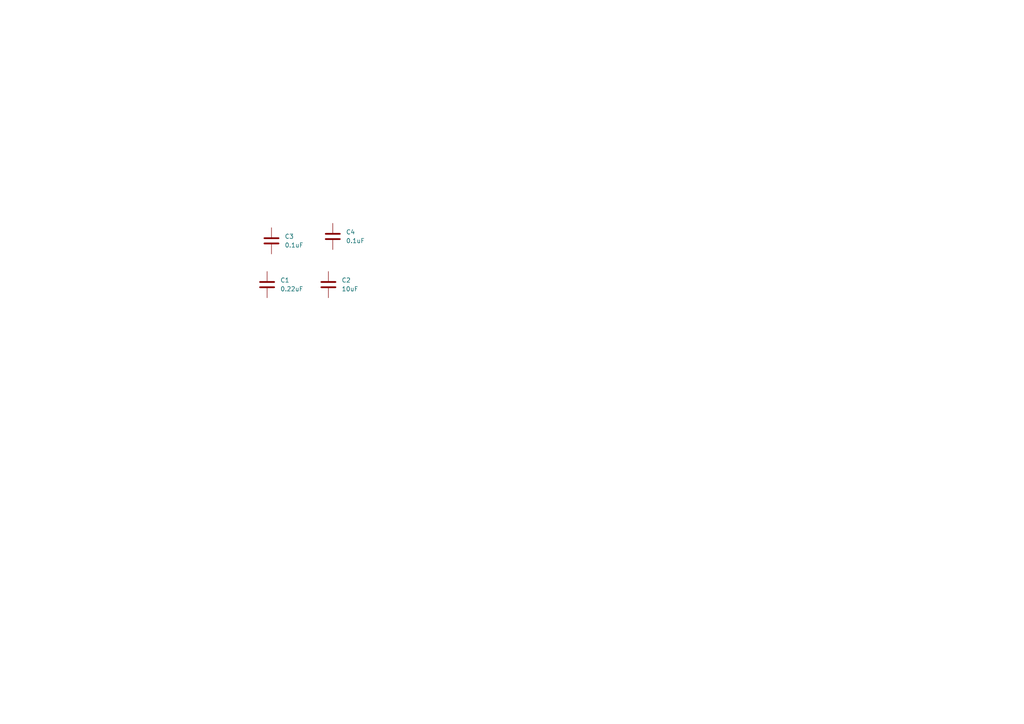
<source format=kicad_sch>
(kicad_sch (version 20250114) (generator "eeschema") (generator_version "9.0")
  (paper "A4")
  (lib_symbols
    (symbol "Device:C" (pin_numbers (hide yes)) (pin_names (offset 0.254))
      (property "Reference" "C" (at 0.635 2.54 0))
      (property "Value" "C" (at 0.635 -2.54 0))
      (symbol "C_0_1"
        (polyline (pts (xy -2.032 0.762) (xy 2.032 0.762)) (stroke (width 0.508)))
        (polyline (pts (xy -2.032 -0.762) (xy 2.032 -0.762)) (stroke (width 0.508)))
      )
      (symbol "C_1_1"
        (pin passive line (at 0 3.81 270) (length 2.794) (name "~") (number "1"))
        (pin passive line (at 0 -3.81 90) (length 2.794) (name "~") (number "2"))
      )
    )
  )
  (symbol (lib_id "Device:C") (at 96.52 68.58 0) (unit 1)
    (property "Reference" "C4" (at 100.33 67.3099 0) (effects (justify left)))
    (property "Value" "0.1uF" (at 100.33 69.8499 0) (effects (justify left)))
    (property "Footprint" "Capacitor_THT:C_Disc_D7.5mm_W2.5mm_P5.00mm" (effects (hide yes)))
    (property "Description" "Unpolarized capacitor" (effects (hide yes)))
  )
  (symbol (lib_id "Device:C") (at 95.25 82.55 0) (unit 1)
    (property "Reference" "C2" (at 99.06 81.2799 0) (effects (justify left)))
    (property "Value" "10uF" (at 99.06 83.8199 0) (effects (justify left)))
    (property "Footprint" "Capacitor_THT:C_Radial_D4.0mm_H5.0mm_P1.50mm" (effects (hide yes)))
    (property "Description" "Unpolarized capacitor" (effects (hide yes)))
  )
  (symbol (lib_id "Device:C") (at 78.74 69.85 0) (unit 1)
    (property "Reference" "C3" (at 82.55 68.5799 0) (effects (justify left)))
    (property "Value" "0.1uF" (at 82.55 71.1199 0) (effects (justify left)))
    (property "Footprint" "Capacitor_THT:C_Disc_D7.5mm_W2.5mm_P5.00mm" (effects (hide yes)))
    (property "Description" "Unpolarized capacitor" (effects (hide yes)))
  )
  (symbol (lib_id "Device:C") (at 77.47 82.55 0) (unit 1)
    (property "Reference" "C1" (at 81.28 81.2799 0) (effects (justify left)))
    (property "Value" "0.22uF" (at 81.28 83.8199 0) (effects (justify left)))
    (property "Footprint" "Capacitor_THT:C_Radial_D4.0mm_H5.0mm_P1.50mm" (effects (hide yes)))
    (property "Description" "Unpolarized capacitor" (effects (hide yes)))
  )
)
</source>
